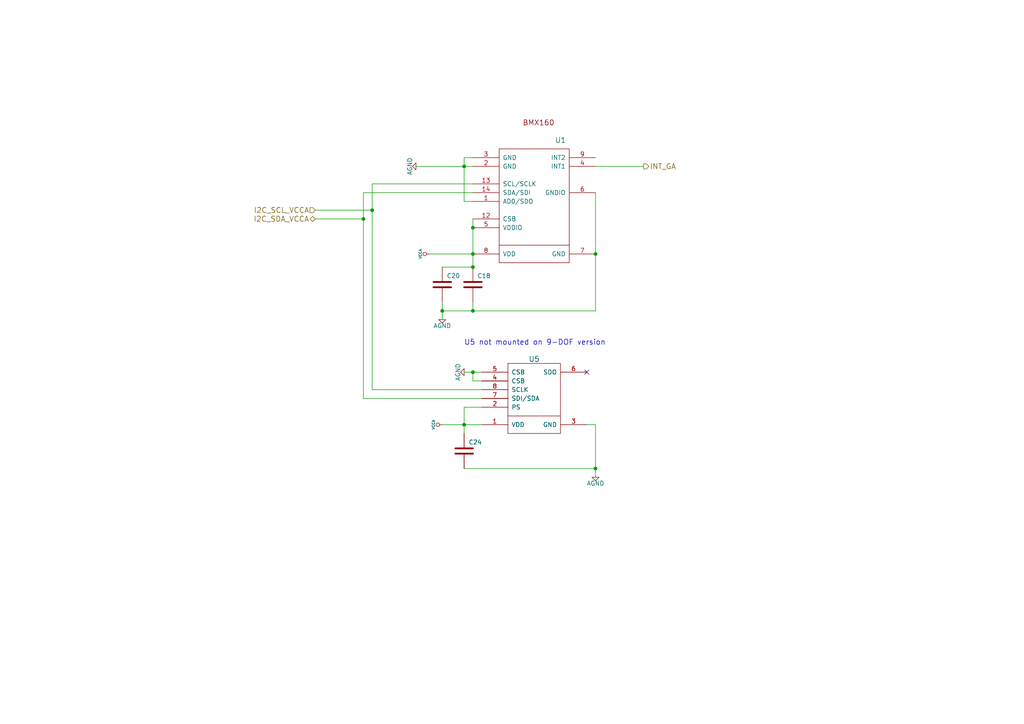
<source format=kicad_sch>
(kicad_sch (version 20211123) (generator eeschema)
  (paper "A4")
  (title_block (title "Crazyflie control board") (date "2019-10-14") (rev "F") (company "Bitcraze AB (CC BY-NC-SA)"))
  (lib_symbols
    (symbol "Crazyflie-contol-board-rescue:AGND-Crazyflie-contol-board-rescue" (power) (pin_names (offset 0.254))
      (property "Value" "AGND-Crazyflie-contol-board-rescue" (at 0 -1.778 0))
      (symbol "AGND-Crazyflie-contol-board-rescue_0_1"
        (polyline (pts (xy -1.016 0) (xy 1.016 0) (xy 0 -1.016) (xy -1.016 0)))
      )
      (symbol "AGND-Crazyflie-contol-board-rescue_1_1"
        (pin power_in line (at 0 0 90) (length 0) hide (name "AGND") (number "1"))
      )
    )
    (symbol "Crazyflie-contol-board-rescue:BMX160-SensorMotion" (pin_names (offset 1.016))
      (property "Reference" "U" (at 0 17.78 0))
      (property "Value" "BMX160-SensorMotion" (at 0 -17.78 0))
      (symbol "BMX160-SensorMotion_0_0"
        (text "BMX160" (at 1.27 24.13 0) (effects (font (size 1.524 1.524))))
      )
      (symbol "BMX160-SensorMotion_0_1"
        (rectangle (start -10.16 16.51) (end 10.16 -16.51))
        (polyline (pts (xy -10.16 -11.43) (xy 10.16 -11.43)))
      )
      (symbol "BMX160-SensorMotion_1_1"
        (pin input line (at -17.78 1.27 0) (length 7.62) (name "AD0/SDO") (number "1"))
        (pin input line (at -17.78 -3.81 0) (length 7.62) (name "CSB") (number "12"))
        (pin bidirectional line (at -17.78 6.35 0) (length 7.62) (name "SCL/SCLK") (number "13"))
        (pin input line (at -17.78 3.81 0) (length 7.62) (name "SDA/SDI") (number "14"))
        (pin input line (at -17.78 11.43 0) (length 7.62) (name "GND") (number "2"))
        (pin input line (at -17.78 13.97 0) (length 7.62) (name "GND") (number "3"))
        (pin output line (at 17.78 11.43 180) (length 7.62) (name "INT1") (number "4"))
        (pin input line (at -17.78 -6.35 0) (length 7.62) (name "VDDIO") (number "5"))
        (pin bidirectional line (at 17.78 3.81 180) (length 7.62) (name "GNDIO") (number "6"))
        (pin power_in line (at 17.78 -13.97 180) (length 7.62) (name "GND") (number "7"))
        (pin power_in line (at -17.78 -13.97 0) (length 7.62) (name "VDD") (number "8"))
        (pin output line (at 17.78 13.97 180) (length 7.62) (name "INT2") (number "9"))
      )
    )
    (symbol "Crazyflie-contol-board-rescue:C-Crazyflie-contol-board-rescue" (pin_numbers hide) (pin_names (offset 0.254))
      (property "Reference" "C" (at 1.27 2.54 0))
      (property "Value" "C-Crazyflie-contol-board-rescue" (at 1.27 -2.54 0))
      (symbol "C-Crazyflie-contol-board-rescue_0_1"
        (polyline (pts (xy -2.54 -0.762) (xy 2.54 -0.762)) (stroke (width 0.508)))
        (polyline (pts (xy -2.54 0.762) (xy 2.54 0.762)) (stroke (width 0.508)))
      )
      (symbol "C-Crazyflie-contol-board-rescue_1_1"
        (pin passive line (at 0 5.08 270) (length 4.318) (name "~") (number "1"))
        (pin passive line (at 0 -5.08 90) (length 4.318) (name "~") (number "2"))
      )
    )
    (symbol "Crazyflie-contol-board-rescue:MS5611-01BA01-Crazyflie-contol-board-rescue" (pin_names (offset 1.016))
      (property "Reference" "U" (at 0 11.43 0))
      (property "Value" "MS5611-01BA01-Crazyflie-contol-board-rescue" (at 0 -11.43 0))
      (symbol "MS5611-01BA01-Crazyflie-contol-board-rescue_0_1"
        (rectangle (start -7.62 10.16) (end 7.62 -10.16))
        (polyline (pts (xy -7.62 -5.08) (xy 7.62 -5.08)))
      )
      (symbol "MS5611-01BA01-Crazyflie-contol-board-rescue_1_1"
        (pin power_in line (at -15.24 -7.62 0) (length 7.62) (name "VDD") (number "1"))
        (pin input line (at -15.24 -2.54 0) (length 7.62) (name "PS") (number "2"))
        (pin power_in line (at 15.24 -7.62 180) (length 7.62) (name "GND") (number "3"))
        (pin input line (at -15.24 5.08 0) (length 7.62) (name "CSB") (number "4"))
        (pin input line (at -15.24 7.62 0) (length 7.62) (name "CSB") (number "5"))
        (pin bidirectional line (at 15.24 7.62 180) (length 7.62) (name "SDO") (number "6"))
        (pin bidirectional line (at -15.24 0 0) (length 7.62) (name "SDI/SDA") (number "7"))
        (pin bidirectional line (at -15.24 2.54 0) (length 7.62) (name "SCLK") (number "8"))
      )
    )
    (symbol "Crazyflie-contol-board-rescue:VCCA-Crazyflie-contol-board-rescue" (power) (pin_names (offset 0))
      (property "Value" "VCCA-Crazyflie-contol-board-rescue" (at 0 2.54 0))
      (symbol "VCCA-Crazyflie-contol-board-rescue_0_0"
        (pin power_in line (at 0 0 90) (length 0) hide (name "VCCA") (number "1"))
      )
      (symbol "VCCA-Crazyflie-contol-board-rescue_0_1"
        (polyline (pts (xy 0 0) (xy 0 0.762) (xy 0 0.762)))
        (circle (center 0 1.27) (radius 0.508))
      )
    )
  )
  (junction (at 128.27 90.17))
  (junction (at 172.72 135.89))
  (junction (at 137.16 107.95))
  (junction (at 137.16 73.66))
  (junction (at 172.72 73.66))
  (junction (at 137.16 77.47))
  (junction (at 105.41 63.5))
  (junction (at 137.16 90.17))
  (junction (at 134.62 48.26))
  (junction (at 137.16 66.04))
  (junction (at 107.95 60.96))
  (junction (at 134.62 123.19))
  (no_connect (at 170.18 107.95))
  (wire (pts (xy 137.16 55.88) (xy 105.41 55.88)))
  (wire (pts (xy 172.72 123.19) (xy 172.72 135.89)))
  (wire (pts (xy 107.95 113.03) (xy 139.7 113.03)))
  (wire (pts (xy 128.27 92.71) (xy 128.27 90.17)))
  (wire (pts (xy 139.7 107.95) (xy 137.16 107.95)))
  (wire (pts (xy 128.27 123.19) (xy 134.62 123.19)))
  (wire (pts (xy 137.16 53.34) (xy 107.95 53.34)))
  (wire (pts (xy 137.16 58.42) (xy 134.62 58.42)))
  (wire (pts (xy 172.72 73.66) (xy 172.72 90.17)))
  (wire (pts (xy 134.62 123.19) (xy 134.62 118.11)))
  (wire (pts (xy 137.16 77.47) (xy 137.16 73.66)))
  (wire (pts (xy 105.41 115.57) (xy 139.7 115.57)))
  (wire (pts (xy 105.41 115.57) (xy 105.41 63.5)))
  (wire (pts (xy 172.72 55.88) (xy 172.72 73.66)))
  (wire (pts (xy 128.27 87.63) (xy 128.27 90.17)))
  (wire (pts (xy 137.16 66.04) (xy 137.16 73.66)))
  (wire (pts (xy 91.44 60.96) (xy 107.95 60.96)))
  (wire (pts (xy 107.95 113.03) (xy 107.95 60.96)))
  (wire (pts (xy 134.62 48.26) (xy 120.65 48.26)))
  (wire (pts (xy 139.7 123.19) (xy 134.62 123.19)))
  (wire (pts (xy 105.41 63.5) (xy 105.41 55.88)))
  (wire (pts (xy 134.62 58.42) (xy 134.62 48.26)))
  (wire (pts (xy 137.16 45.72) (xy 134.62 45.72)))
  (wire (pts (xy 91.44 63.5) (xy 105.41 63.5)))
  (wire (pts (xy 134.62 125.73) (xy 134.62 123.19)))
  (wire (pts (xy 107.95 53.34) (xy 107.95 60.96)))
  (wire (pts (xy 172.72 48.26) (xy 186.69 48.26)))
  (wire (pts (xy 128.27 77.47) (xy 137.16 77.47)))
  (wire (pts (xy 137.16 90.17) (xy 128.27 90.17)))
  (wire (pts (xy 172.72 135.89) (xy 172.72 138.43)))
  (wire (pts (xy 137.16 87.63) (xy 137.16 90.17)))
  (wire (pts (xy 134.62 135.89) (xy 172.72 135.89)))
  (wire (pts (xy 137.16 63.5) (xy 137.16 66.04)))
  (wire (pts (xy 137.16 107.95) (xy 137.16 110.49)))
  (wire (pts (xy 134.62 45.72) (xy 134.62 48.26)))
  (wire (pts (xy 172.72 90.17) (xy 137.16 90.17)))
  (wire (pts (xy 170.18 123.19) (xy 172.72 123.19)))
  (wire (pts (xy 134.62 107.95) (xy 137.16 107.95)))
  (wire (pts (xy 137.16 73.66) (xy 124.46 73.66)))
  (wire (pts (xy 137.16 48.26) (xy 134.62 48.26)))
  (wire (pts (xy 134.62 118.11) (xy 139.7 118.11)))
  (wire (pts (xy 137.16 110.49) (xy 139.7 110.49)))
  (text "U5 not mounted on 9-DOF version" (at 134.62 100.33 0) (effects (font (size 1.524 1.524)) (justify left bottom)))
  (hierarchical_label "I2C_SCL_VCCA" (shape input) (at 91.44 60.96 180) (effects (font (size 1.524 1.524))))
  (hierarchical_label "I2C_SDA_VCCA" (shape bidirectional) (at 91.44 63.5 180) (effects (font (size 1.524 1.524))))
  (hierarchical_label "INT_GA" (shape output) (at 186.69 48.26 0) (effects (font (size 1.524 1.524))))
  (symbol (lib_id "Crazyflie-contol-board-rescue:C-Crazyflie-contol-board-rescue") (at 137.16 82.55 0) (unit 1)
    (property "Reference" "C18" (at 138.43 80.01 0) (effects (justify left)))
  )
  (symbol (lib_id "Crazyflie-contol-board-rescue:AGND-Crazyflie-contol-board-rescue") (at 128.27 92.71 0) (unit 1)
    (property "Reference" "#PWR040" (effects hide))
  )
  (symbol (lib_id "Crazyflie-contol-board-rescue:VCCA-Crazyflie-contol-board-rescue") (at 124.46 73.66 90) (unit 1)
    (property "Reference" "#PWR039" (effects hide))
  )
  (symbol (lib_id "Crazyflie-contol-board-rescue:C-Crazyflie-contol-board-rescue") (at 128.27 82.55 0) (unit 1)
    (property "Reference" "C20" (at 129.54 80.01 0) (effects (justify left)))
  )
  (symbol (lib_id "Crazyflie-contol-board-rescue:MS5611-01BA01-Crazyflie-contol-board-rescue") (at 154.94 115.57 0) (unit 1)
    (property "Reference" "U5" (at 154.94 104.14 0) (effects (font (size 1.524 1.524))))
    (property "Fält4" "Measurement Specialties" (effects hide))
    (property "Fält5" "MS5611-01BA03" (effects hide))
  )
  (symbol (lib_id "Crazyflie-contol-board-rescue:AGND-Crazyflie-contol-board-rescue") (at 172.72 138.43 0) (unit 1)
    (property "Reference" "#PWR034" (effects hide))
  )
  (symbol (lib_id "Crazyflie-contol-board-rescue:C-Crazyflie-contol-board-rescue") (at 134.62 130.81 0) (unit 1)
    (property "Reference" "C24" (at 135.89 128.27 0) (effects (justify left)))
  )
  (symbol (lib_id "Crazyflie-contol-board-rescue:AGND-Crazyflie-contol-board-rescue") (at 134.62 107.95 270) (unit 1)
    (property "Reference" "#PWR032" (effects hide))
  )
  (symbol (lib_id "Crazyflie-contol-board-rescue:VCCA-Crazyflie-contol-board-rescue") (at 128.27 123.19 90) (unit 1)
    (property "Reference" "#PWR031" (effects hide))
  )
  (symbol (lib_id "Crazyflie-contol-board-rescue:BMX160-SensorMotion") (at 154.94 59.69 0) (unit 1)
    (property "Reference" "U1" (at 162.56 40.64 0) (effects (font (size 1.524 1.524))))
  )
  (symbol (lib_id "Crazyflie-contol-board-rescue:AGND-Crazyflie-contol-board-rescue") (at 120.65 48.26 270) (unit 1)
    (property "Reference" "#PWR0115" (effects hide))
  )
)
</source>
